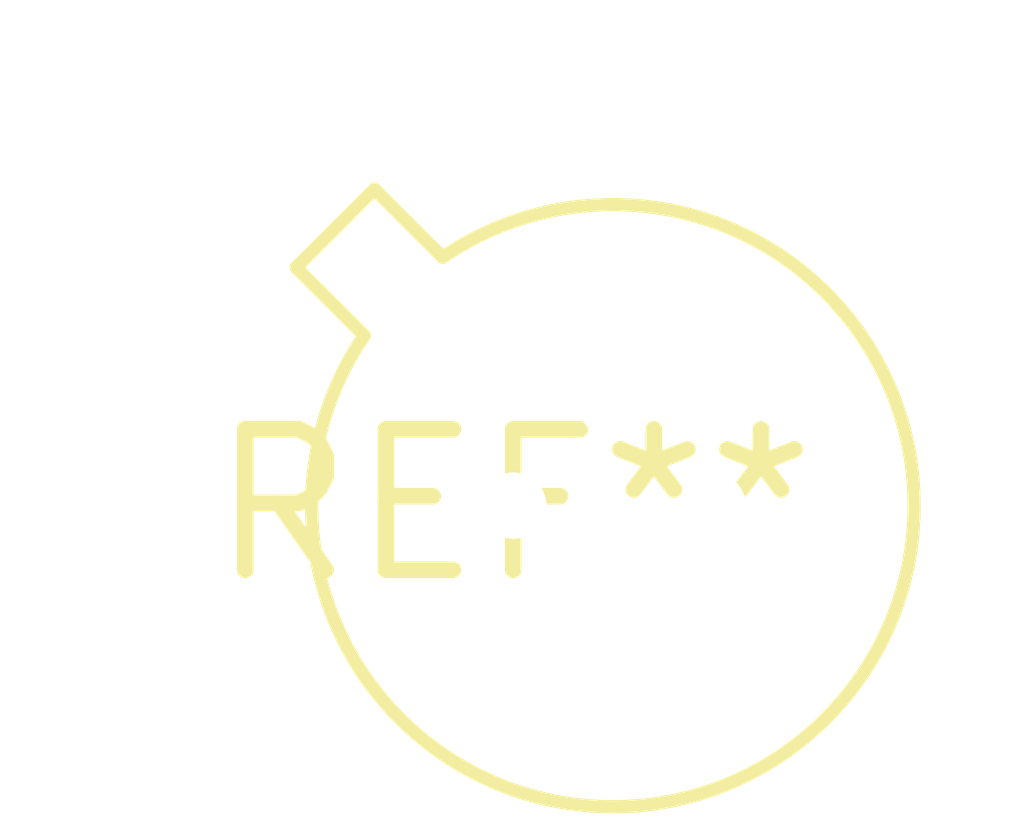
<source format=kicad_pcb>
(kicad_pcb (version 20240108) (generator pcbnew)
  (layers (0 "F.Cu" signal) (31 "B.Cu" signal) (34 "B.Paste" user) (35 "F.Paste" user) (36 "B.SilkS" user "B.Silkscreen") (37 "F.SilkS" user "F.Silkscreen") (38 "B.Mask" user) (39 "F.Mask" user) (44 "Edge.Cuts" user))
  (net 0 "")
  (footprint "TO-17-4" (layer "F.Cu") (at 0 0)
    (property "Reference" "REF**")
    (property "Value" "TO-17-4")
    (fp_line (start -1.959292 -2.152185) (end -1.344109 -1.537002) (layer "F.SilkS") (stroke (width 0.12)))
    (fp_line (start -1.252185 -2.859292) (end -1.959292 -2.152185) (layer "F.SilkS") (stroke (width 0.12)))
    (fp_line (start -0.637002 -2.244109) (end -1.252185 -2.859292) (layer "F.SilkS") (stroke (width 0.12)))
    (fp_arc (start -0.637002 -2.244109) (mid 2.82358 1.923081) (end -1.344508 -1.536419) (layer "F.SilkS") (stroke (width 0.12)))
    (pad "1" thru_hole oval (at 0 0) (size 1.2 0.9) (drill 0.6) (layers *.Cu *.Mask) (remove_unused_layers))
    (pad "2" thru_hole oval (at 0.9 0.9) (size 0.9 0.9) (drill 0.6) (layers *.Cu *.Mask) (remove_unused_layers))
    (pad "3" thru_hole oval (at 1.8 0) (size 0.9 0.9) (drill 0.6) (layers *.Cu *.Mask) (remove_unused_layers))
    (pad "4" thru_hole oval (at 0.9 -0.9) (size 0.9 0.9) (drill 0.6) (layers *.Cu *.Mask) (remove_unused_layers))
  )
)
</source>
